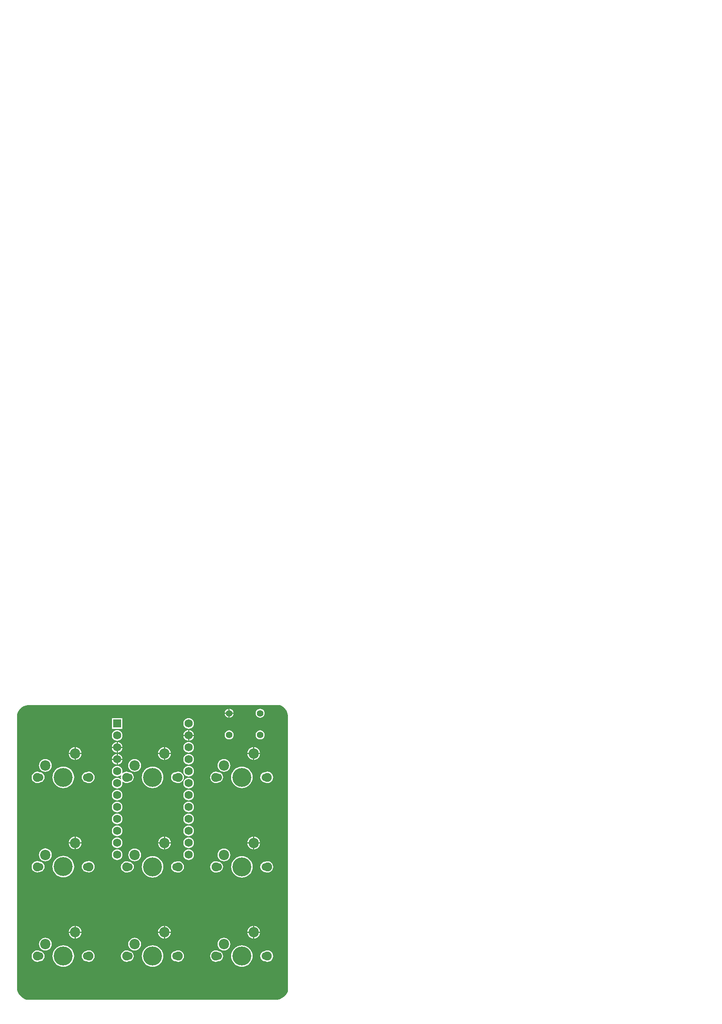
<source format=gbr>
%TF.GenerationSoftware,Altium Limited,Altium Designer,20.1.12 (249)*%
G04 Layer_Physical_Order=1*
G04 Layer_Color=255*
%FSLAX26Y26*%
%MOIN*%
%TF.SameCoordinates,F1925889-B8ED-483B-8674-5474D18B1AF1*%
%TF.FilePolarity,Positive*%
%TF.FileFunction,Copper,L1,Top,Signal*%
%TF.Part,Single*%
G01*
G75*
%TA.AperFunction,ComponentPad*%
%ADD10C,0.069016*%
%ADD11R,0.069016X0.069016*%
%ADD12C,0.159449*%
%ADD13C,0.086614*%
%ADD14C,0.074803*%
%ADD15C,0.066929*%
%ADD16C,0.055118*%
G36*
X2216175Y2477732D02*
X2228406Y2472666D01*
X2239414Y2465311D01*
X2254175Y2450549D01*
X2254175Y2450549D01*
X2261140Y2443585D01*
X2272083Y2427206D01*
X2279622Y2409007D01*
X2283465Y2389688D01*
Y2379838D01*
Y96737D01*
Y90117D01*
X2280882Y77132D01*
X2275815Y64901D01*
X2268460Y53893D01*
X2253699Y39132D01*
X2253699D01*
X2246734Y32167D01*
X2230356Y21224D01*
X2212157Y13685D01*
X2192837Y9842D01*
X90117D01*
X77132Y12425D01*
X64901Y17492D01*
X53893Y24847D01*
X30722Y48019D01*
X30722Y48019D01*
X30721Y48019D01*
X25757Y52983D01*
X17956Y64659D01*
X12582Y77632D01*
X9842Y91404D01*
Y98425D01*
Y2393421D01*
Y2400040D01*
X12425Y2413025D01*
X17492Y2425256D01*
X24847Y2436264D01*
X39608Y2451026D01*
X39608Y2451026D01*
Y2451026D01*
X46573Y2457990D01*
X62951Y2468934D01*
X81150Y2476472D01*
X100470Y2480315D01*
X2203190D01*
X2216175Y2477732D01*
D02*
G37*
G36*
X5782598Y8184882D02*
D01*
D02*
G37*
%LPC*%
G36*
X1793740Y2447619D02*
Y2415394D01*
X1825965D01*
X1825332Y2420199D01*
X1821548Y2429335D01*
X1815528Y2437181D01*
X1807682Y2443201D01*
X1798545Y2446986D01*
X1793740Y2447619D01*
D02*
G37*
G36*
X1783740Y2447619D02*
X1778935Y2446986D01*
X1769799Y2443201D01*
X1761953Y2437181D01*
X1755932Y2429335D01*
X1752148Y2420199D01*
X1751515Y2415394D01*
X1783740D01*
Y2447619D01*
D02*
G37*
G36*
X1825965Y2405394D02*
X1793740D01*
Y2373169D01*
X1798545Y2373801D01*
X1807682Y2377586D01*
X1815528Y2383606D01*
X1821548Y2391452D01*
X1825332Y2400589D01*
X1825965Y2405394D01*
D02*
G37*
G36*
X1783740D02*
X1751515D01*
X1752148Y2400589D01*
X1755932Y2391452D01*
X1761953Y2383606D01*
X1769799Y2377586D01*
X1778935Y2373801D01*
X1783740Y2373169D01*
Y2405394D01*
D02*
G37*
G36*
X2048583Y2448277D02*
X2038778Y2446986D01*
X2029641Y2443201D01*
X2021795Y2437181D01*
X2015775Y2429335D01*
X2011990Y2420199D01*
X2010700Y2410394D01*
X2011990Y2400589D01*
X2015775Y2391452D01*
X2021795Y2383606D01*
X2029641Y2377586D01*
X2038778Y2373801D01*
X2048583Y2372511D01*
X2058388Y2373801D01*
X2067524Y2377586D01*
X2075370Y2383606D01*
X2081390Y2391452D01*
X2085175Y2400589D01*
X2086466Y2410394D01*
X2085175Y2420199D01*
X2081390Y2429335D01*
X2075370Y2437181D01*
X2067524Y2443201D01*
X2058388Y2446986D01*
X2048583Y2448277D01*
D02*
G37*
G36*
X893362Y2368682D02*
X804346D01*
Y2279666D01*
X893362D01*
Y2368682D01*
D02*
G37*
G36*
X1448854Y2369066D02*
X1437235Y2367536D01*
X1426408Y2363051D01*
X1417111Y2355917D01*
X1409977Y2346620D01*
X1405492Y2335793D01*
X1403962Y2324174D01*
X1405492Y2312555D01*
X1409977Y2301728D01*
X1417111Y2292430D01*
X1426408Y2285296D01*
X1437235Y2280811D01*
X1448854Y2279282D01*
X1460473Y2280811D01*
X1471300Y2285296D01*
X1480598Y2292430D01*
X1487732Y2301728D01*
X1492216Y2312555D01*
X1493746Y2324174D01*
X1492216Y2335793D01*
X1487732Y2346620D01*
X1480598Y2355917D01*
X1471300Y2363051D01*
X1460473Y2367536D01*
X1448854Y2369066D01*
D02*
G37*
G36*
X1453854Y2268407D02*
Y2229174D01*
X1493088D01*
X1492216Y2235793D01*
X1487732Y2246620D01*
X1480598Y2255917D01*
X1471300Y2263051D01*
X1460473Y2267536D01*
X1453854Y2268407D01*
D02*
G37*
G36*
X1443854D02*
X1437235Y2267536D01*
X1426408Y2263051D01*
X1417111Y2255917D01*
X1409977Y2246620D01*
X1405492Y2235793D01*
X1404621Y2229174D01*
X1443854D01*
Y2268407D01*
D02*
G37*
G36*
X2048583Y2267174D02*
X2038778Y2265884D01*
X2029641Y2262099D01*
X2021795Y2256079D01*
X2015775Y2248233D01*
X2011990Y2239096D01*
X2010700Y2229291D01*
X2011990Y2219486D01*
X2015775Y2210350D01*
X2021795Y2202504D01*
X2029641Y2196484D01*
X2038778Y2192699D01*
X2048583Y2191408D01*
X2058388Y2192699D01*
X2067524Y2196484D01*
X2075370Y2202504D01*
X2081390Y2210350D01*
X2085175Y2219486D01*
X2086466Y2229291D01*
X2085175Y2239096D01*
X2081390Y2248233D01*
X2075370Y2256079D01*
X2067524Y2262099D01*
X2058388Y2265884D01*
X2048583Y2267174D01*
D02*
G37*
G36*
X1788740D02*
X1778935Y2265884D01*
X1769799Y2262099D01*
X1761953Y2256079D01*
X1755932Y2248233D01*
X1752148Y2239096D01*
X1750857Y2229291D01*
X1752148Y2219486D01*
X1755932Y2210350D01*
X1761953Y2202504D01*
X1769799Y2196484D01*
X1778935Y2192699D01*
X1788740Y2191408D01*
X1798545Y2192699D01*
X1807682Y2196484D01*
X1815528Y2202504D01*
X1821548Y2210350D01*
X1825332Y2219486D01*
X1826623Y2229291D01*
X1825332Y2239096D01*
X1821548Y2248233D01*
X1815528Y2256079D01*
X1807682Y2262099D01*
X1798545Y2265884D01*
X1788740Y2267174D01*
D02*
G37*
G36*
X1493088Y2219174D02*
X1453854D01*
Y2179940D01*
X1460473Y2180811D01*
X1471300Y2185296D01*
X1480598Y2192430D01*
X1487732Y2201728D01*
X1492216Y2212555D01*
X1493088Y2219174D01*
D02*
G37*
G36*
X1443854D02*
X1404621D01*
X1405492Y2212555D01*
X1409977Y2201728D01*
X1417111Y2192430D01*
X1426408Y2185296D01*
X1437235Y2180811D01*
X1443854Y2179940D01*
Y2219174D01*
D02*
G37*
G36*
X848854Y2269066D02*
X837235Y2267536D01*
X826408Y2263051D01*
X817111Y2255917D01*
X809977Y2246620D01*
X805492Y2235793D01*
X803962Y2224174D01*
X805492Y2212555D01*
X809977Y2201728D01*
X817111Y2192430D01*
X826408Y2185296D01*
X837235Y2180811D01*
X848854Y2179282D01*
X860473Y2180811D01*
X871300Y2185296D01*
X880598Y2192430D01*
X887732Y2201728D01*
X892216Y2212555D01*
X893746Y2224174D01*
X892216Y2235793D01*
X887732Y2246620D01*
X880598Y2255917D01*
X871300Y2263051D01*
X860473Y2267536D01*
X848854Y2269066D01*
D02*
G37*
G36*
X853854Y2168407D02*
Y2129174D01*
X893088D01*
X892216Y2135793D01*
X887732Y2146620D01*
X880598Y2155917D01*
X871300Y2163051D01*
X860473Y2167536D01*
X853854Y2168407D01*
D02*
G37*
G36*
X843854D02*
X837235Y2167536D01*
X826408Y2163051D01*
X817111Y2155917D01*
X809977Y2146620D01*
X805492Y2135793D01*
X804621Y2129174D01*
X843854D01*
Y2168407D01*
D02*
G37*
G36*
X893088Y2119174D02*
X853854D01*
Y2079940D01*
X860473Y2080811D01*
X871300Y2085296D01*
X880598Y2092430D01*
X887732Y2101728D01*
X892216Y2112555D01*
X893088Y2119174D01*
D02*
G37*
G36*
X843854D02*
X804621D01*
X805492Y2112555D01*
X809977Y2101728D01*
X817111Y2092430D01*
X826408Y2085296D01*
X837235Y2080811D01*
X843854Y2079940D01*
Y2119174D01*
D02*
G37*
G36*
X1448854Y2169066D02*
X1437235Y2167536D01*
X1426408Y2163051D01*
X1417111Y2155917D01*
X1409977Y2146620D01*
X1405492Y2135793D01*
X1403962Y2124174D01*
X1405492Y2112555D01*
X1409977Y2101728D01*
X1417111Y2092430D01*
X1426408Y2085296D01*
X1437235Y2080811D01*
X1448854Y2079282D01*
X1460473Y2080811D01*
X1471300Y2085296D01*
X1480598Y2092430D01*
X1487732Y2101728D01*
X1492216Y2112555D01*
X1493746Y2124174D01*
X1492216Y2135793D01*
X1487732Y2146620D01*
X1480598Y2155917D01*
X1471300Y2163051D01*
X1460473Y2167536D01*
X1448854Y2169066D01*
D02*
G37*
G36*
X1999882Y2125943D02*
Y2077835D01*
X2047991D01*
X2046817Y2086751D01*
X2041446Y2099718D01*
X2032901Y2110854D01*
X2021765Y2119398D01*
X2008798Y2124770D01*
X1999882Y2125943D01*
D02*
G37*
G36*
X1989882D02*
X1980966Y2124770D01*
X1967998Y2119398D01*
X1956863Y2110854D01*
X1948318Y2099718D01*
X1942947Y2086751D01*
X1941773Y2077835D01*
X1989882D01*
Y2125943D01*
D02*
G37*
G36*
X1250669D02*
Y2077835D01*
X1298778D01*
X1297604Y2086751D01*
X1292233Y2099718D01*
X1283688Y2110854D01*
X1272553Y2119398D01*
X1259585Y2124770D01*
X1250669Y2125943D01*
D02*
G37*
G36*
X1240669D02*
X1231753Y2124770D01*
X1218786Y2119398D01*
X1207650Y2110854D01*
X1199106Y2099718D01*
X1193734Y2086751D01*
X1192561Y2077835D01*
X1240669D01*
Y2125943D01*
D02*
G37*
G36*
X501457D02*
Y2077835D01*
X549565D01*
X548392Y2086751D01*
X543020Y2099718D01*
X534476Y2110854D01*
X523340Y2119398D01*
X510373Y2124770D01*
X501457Y2125943D01*
D02*
G37*
G36*
X491457D02*
X482541Y2124770D01*
X469573Y2119398D01*
X458438Y2110854D01*
X449893Y2099718D01*
X444522Y2086751D01*
X443348Y2077835D01*
X491457D01*
Y2125943D01*
D02*
G37*
G36*
X853854Y2068407D02*
Y2029174D01*
X893088D01*
X892216Y2035793D01*
X887732Y2046620D01*
X880598Y2055917D01*
X871300Y2063051D01*
X860473Y2067536D01*
X853854Y2068407D01*
D02*
G37*
G36*
X843854D02*
X837235Y2067536D01*
X826408Y2063051D01*
X817111Y2055917D01*
X809977Y2046620D01*
X805492Y2035793D01*
X804621Y2029174D01*
X843854D01*
Y2068407D01*
D02*
G37*
G36*
X2047991Y2067835D02*
X1999882D01*
Y2019726D01*
X2008798Y2020900D01*
X2021765Y2026271D01*
X2032901Y2034815D01*
X2041446Y2045951D01*
X2046817Y2058919D01*
X2047991Y2067835D01*
D02*
G37*
G36*
X1989882D02*
X1941773D01*
X1942947Y2058919D01*
X1948318Y2045951D01*
X1956863Y2034815D01*
X1967998Y2026271D01*
X1980966Y2020900D01*
X1989882Y2019726D01*
Y2067835D01*
D02*
G37*
G36*
X549565D02*
X501457D01*
Y2019726D01*
X510373Y2020900D01*
X523340Y2026271D01*
X534476Y2034815D01*
X543020Y2045951D01*
X548392Y2058919D01*
X549565Y2067835D01*
D02*
G37*
G36*
X491457D02*
X443348D01*
X444522Y2058919D01*
X449893Y2045951D01*
X458438Y2034815D01*
X469573Y2026271D01*
X482541Y2020900D01*
X491457Y2019726D01*
Y2067835D01*
D02*
G37*
G36*
X1298778D02*
X1250669D01*
Y2019726D01*
X1259585Y2020900D01*
X1272553Y2026271D01*
X1283688Y2034815D01*
X1292233Y2045951D01*
X1297604Y2058919D01*
X1298778Y2067835D01*
D02*
G37*
G36*
X1240669D02*
X1192561D01*
X1193734Y2058919D01*
X1199106Y2045951D01*
X1207650Y2034815D01*
X1218786Y2026271D01*
X1231753Y2020900D01*
X1240669Y2019726D01*
Y2067835D01*
D02*
G37*
G36*
X893088Y2019174D02*
X853854D01*
Y1979940D01*
X860473Y1980812D01*
X871300Y1985296D01*
X880598Y1992430D01*
X887732Y2001728D01*
X892216Y2012555D01*
X893088Y2019174D01*
D02*
G37*
G36*
X843854D02*
X804621D01*
X805492Y2012555D01*
X809977Y2001728D01*
X817111Y1992430D01*
X826408Y1985296D01*
X837235Y1980812D01*
X843854Y1979940D01*
Y2019174D01*
D02*
G37*
G36*
X1448854Y2069066D02*
X1437235Y2067536D01*
X1426408Y2063051D01*
X1417111Y2055917D01*
X1409977Y2046620D01*
X1405492Y2035793D01*
X1403962Y2024174D01*
X1405492Y2012555D01*
X1409977Y2001728D01*
X1417111Y1992430D01*
X1426408Y1985296D01*
X1437235Y1980812D01*
X1448854Y1979282D01*
X1460473Y1980812D01*
X1471300Y1985296D01*
X1480598Y1992430D01*
X1487732Y2001728D01*
X1492216Y2012555D01*
X1493746Y2024174D01*
X1492216Y2035793D01*
X1487732Y2046620D01*
X1480598Y2055917D01*
X1471300Y2063051D01*
X1460473Y2067536D01*
X1448854Y2069066D01*
D02*
G37*
G36*
X1744882Y2026602D02*
X1730966Y2024770D01*
X1717998Y2019398D01*
X1706863Y2010854D01*
X1698318Y1999718D01*
X1692947Y1986751D01*
X1691115Y1972835D01*
X1692947Y1958919D01*
X1698318Y1945951D01*
X1706863Y1934815D01*
X1717998Y1926271D01*
X1730966Y1920900D01*
X1744882Y1919068D01*
X1758798Y1920900D01*
X1771765Y1926271D01*
X1782901Y1934815D01*
X1791446Y1945951D01*
X1796817Y1958919D01*
X1798649Y1972835D01*
X1796817Y1986751D01*
X1791446Y1999718D01*
X1782901Y2010854D01*
X1771765Y2019398D01*
X1758798Y2024770D01*
X1744882Y2026602D01*
D02*
G37*
G36*
X995669D02*
X981753Y2024770D01*
X968786Y2019398D01*
X957650Y2010854D01*
X949106Y1999718D01*
X943734Y1986751D01*
X941902Y1972835D01*
X943734Y1958919D01*
X949106Y1945951D01*
X957650Y1934815D01*
X968786Y1926271D01*
X981753Y1920900D01*
X995669Y1919068D01*
X1009585Y1920900D01*
X1022553Y1926271D01*
X1033688Y1934815D01*
X1042233Y1945951D01*
X1047604Y1958919D01*
X1049436Y1972835D01*
X1047604Y1986751D01*
X1042233Y1999718D01*
X1033688Y2010854D01*
X1022553Y2019398D01*
X1009585Y2024770D01*
X995669Y2026602D01*
D02*
G37*
G36*
X246457D02*
X232541Y2024770D01*
X219573Y2019398D01*
X208438Y2010854D01*
X199893Y1999718D01*
X194522Y1986751D01*
X192690Y1972835D01*
X194522Y1958919D01*
X199893Y1945951D01*
X208438Y1934815D01*
X219573Y1926271D01*
X232541Y1920900D01*
X246457Y1919068D01*
X260373Y1920900D01*
X273340Y1926271D01*
X284476Y1934815D01*
X293020Y1945951D01*
X298392Y1958919D01*
X300224Y1972835D01*
X298392Y1986751D01*
X293020Y1999718D01*
X284476Y2010854D01*
X273340Y2019398D01*
X260373Y2024770D01*
X246457Y2026602D01*
D02*
G37*
G36*
X1448854Y1969066D02*
X1437235Y1967536D01*
X1426408Y1963051D01*
X1417111Y1955917D01*
X1409977Y1946620D01*
X1405492Y1935793D01*
X1403962Y1924174D01*
X1405492Y1912555D01*
X1409977Y1901728D01*
X1417111Y1892430D01*
X1426408Y1885296D01*
X1437235Y1880812D01*
X1448854Y1879282D01*
X1460473Y1880812D01*
X1471300Y1885296D01*
X1480598Y1892430D01*
X1487732Y1901728D01*
X1492216Y1912555D01*
X1493746Y1924174D01*
X1492216Y1935793D01*
X1487732Y1946620D01*
X1480598Y1955917D01*
X1471300Y1963051D01*
X1460473Y1967536D01*
X1448854Y1969066D01*
D02*
G37*
G36*
X848854D02*
X837235Y1967536D01*
X826408Y1963051D01*
X817111Y1955917D01*
X809977Y1946620D01*
X805492Y1935793D01*
X803962Y1924174D01*
X805492Y1912555D01*
X809977Y1901728D01*
X817111Y1892430D01*
X826408Y1885296D01*
X837235Y1880812D01*
X848854Y1879282D01*
X860473Y1880812D01*
X871300Y1885296D01*
X878481Y1890806D01*
X882588Y1887655D01*
X881574Y1885209D01*
X879945Y1872835D01*
X881427Y1861583D01*
X878823Y1859419D01*
X876955Y1858712D01*
X871300Y1863051D01*
X860473Y1867536D01*
X848854Y1869066D01*
X837235Y1867536D01*
X826408Y1863051D01*
X817111Y1855917D01*
X809977Y1846620D01*
X805492Y1835793D01*
X803962Y1824174D01*
X805492Y1812555D01*
X809977Y1801728D01*
X817111Y1792430D01*
X826408Y1785296D01*
X837235Y1780812D01*
X848854Y1779282D01*
X860473Y1780812D01*
X871300Y1785296D01*
X880598Y1792430D01*
X887732Y1801728D01*
X892216Y1812555D01*
X893746Y1824174D01*
X892471Y1833859D01*
X897062Y1836639D01*
X903851Y1831429D01*
X915382Y1826653D01*
X927756Y1825024D01*
X940130Y1826653D01*
X946296Y1829207D01*
X956032Y1830489D01*
X966605Y1834868D01*
X975684Y1841835D01*
X982651Y1850915D01*
X987031Y1861488D01*
X988525Y1872835D01*
X987031Y1884181D01*
X982651Y1894754D01*
X975684Y1903834D01*
X966605Y1910801D01*
X956032Y1915180D01*
X946296Y1916462D01*
X940130Y1919016D01*
X927756Y1920645D01*
X915382Y1919016D01*
X903851Y1914240D01*
X895753Y1908026D01*
X891646Y1911177D01*
X892216Y1912555D01*
X893746Y1924174D01*
X892216Y1935793D01*
X887732Y1946620D01*
X880598Y1955917D01*
X871300Y1963051D01*
X860473Y1967536D01*
X848854Y1969066D01*
D02*
G37*
G36*
X2110433Y1920645D02*
X2098059Y1919016D01*
X2091710Y1916386D01*
X2082551Y1915180D01*
X2071978Y1910801D01*
X2062898Y1903834D01*
X2055931Y1894754D01*
X2051552Y1884181D01*
X2050058Y1872835D01*
X2051552Y1861488D01*
X2055931Y1850915D01*
X2062898Y1841835D01*
X2071978Y1834868D01*
X2082551Y1830489D01*
X2091710Y1829283D01*
X2098059Y1826653D01*
X2110433Y1825024D01*
X2122807Y1826653D01*
X2134338Y1831429D01*
X2144240Y1839027D01*
X2151838Y1848929D01*
X2156614Y1860460D01*
X2158244Y1872835D01*
X2156614Y1885209D01*
X2151838Y1896740D01*
X2144240Y1906642D01*
X2134338Y1914240D01*
X2122807Y1919016D01*
X2110433Y1920645D01*
D02*
G37*
G36*
X1676968D02*
X1664594Y1919016D01*
X1653063Y1914240D01*
X1643161Y1906642D01*
X1635563Y1896740D01*
X1630787Y1885209D01*
X1629158Y1872835D01*
X1630787Y1860460D01*
X1635563Y1848929D01*
X1643161Y1839027D01*
X1653063Y1831429D01*
X1664594Y1826653D01*
X1676968Y1825024D01*
X1689343Y1826653D01*
X1695508Y1829207D01*
X1705244Y1830489D01*
X1715817Y1834868D01*
X1724897Y1841835D01*
X1731864Y1850915D01*
X1736243Y1861488D01*
X1737737Y1872835D01*
X1736243Y1884181D01*
X1731864Y1894754D01*
X1724897Y1903834D01*
X1715817Y1910801D01*
X1705244Y1915180D01*
X1695508Y1916462D01*
X1689343Y1919016D01*
X1676968Y1920645D01*
D02*
G37*
G36*
X1361220D02*
X1348846Y1919016D01*
X1342497Y1916386D01*
X1333339Y1915180D01*
X1322765Y1910801D01*
X1313686Y1903834D01*
X1306719Y1894754D01*
X1302339Y1884181D01*
X1300845Y1872835D01*
X1302339Y1861488D01*
X1306719Y1850915D01*
X1313686Y1841835D01*
X1322765Y1834868D01*
X1333339Y1830489D01*
X1342497Y1829283D01*
X1348846Y1826653D01*
X1361220Y1825024D01*
X1373595Y1826653D01*
X1385126Y1831429D01*
X1395028Y1839027D01*
X1402626Y1848929D01*
X1407402Y1860460D01*
X1409031Y1872835D01*
X1407402Y1885209D01*
X1402626Y1896740D01*
X1395028Y1906642D01*
X1385126Y1914240D01*
X1373595Y1919016D01*
X1361220Y1920645D01*
D02*
G37*
G36*
X612008D02*
X599634Y1919016D01*
X593285Y1916386D01*
X584126Y1915180D01*
X573553Y1910801D01*
X564473Y1903834D01*
X557506Y1894754D01*
X553126Y1884181D01*
X551633Y1872835D01*
X553126Y1861488D01*
X557506Y1850915D01*
X564473Y1841835D01*
X573553Y1834868D01*
X584126Y1830489D01*
X593285Y1829283D01*
X599634Y1826653D01*
X612008Y1825024D01*
X624382Y1826653D01*
X635913Y1831429D01*
X645815Y1839027D01*
X653413Y1848929D01*
X658189Y1860460D01*
X659818Y1872835D01*
X658189Y1885209D01*
X653413Y1896740D01*
X645815Y1906642D01*
X635913Y1914240D01*
X624382Y1919016D01*
X612008Y1920645D01*
D02*
G37*
G36*
X178543D02*
X166169Y1919016D01*
X154638Y1914240D01*
X144736Y1906642D01*
X137138Y1896740D01*
X132362Y1885209D01*
X130733Y1872835D01*
X132362Y1860460D01*
X137138Y1848929D01*
X144736Y1839027D01*
X154638Y1831429D01*
X166169Y1826653D01*
X178543Y1825024D01*
X190917Y1826653D01*
X197083Y1829207D01*
X206819Y1830489D01*
X217392Y1834868D01*
X226472Y1841835D01*
X233439Y1850915D01*
X237818Y1861488D01*
X239312Y1872835D01*
X237818Y1884181D01*
X233439Y1894754D01*
X226472Y1903834D01*
X217392Y1910801D01*
X206819Y1915180D01*
X197083Y1916462D01*
X190917Y1919016D01*
X178543Y1920645D01*
D02*
G37*
G36*
X1895472Y1963584D02*
X1877883Y1961851D01*
X1860970Y1956721D01*
X1845383Y1948389D01*
X1831721Y1937177D01*
X1820508Y1923515D01*
X1812177Y1907927D01*
X1807046Y1891014D01*
X1805314Y1873425D01*
X1807046Y1855836D01*
X1812177Y1838923D01*
X1820508Y1823336D01*
X1831721Y1809674D01*
X1845383Y1798461D01*
X1860970Y1790130D01*
X1877883Y1784999D01*
X1895472Y1783267D01*
X1913062Y1784999D01*
X1929975Y1790130D01*
X1945562Y1798461D01*
X1959224Y1809674D01*
X1970437Y1823336D01*
X1978768Y1838923D01*
X1983899Y1855836D01*
X1985631Y1873425D01*
X1983899Y1891014D01*
X1978768Y1907927D01*
X1970437Y1923515D01*
X1959224Y1937177D01*
X1945562Y1948389D01*
X1929975Y1956721D01*
X1913062Y1961851D01*
X1895472Y1963584D01*
D02*
G37*
G36*
X1146260D02*
X1128671Y1961851D01*
X1111758Y1956721D01*
X1096170Y1948389D01*
X1082508Y1937177D01*
X1071296Y1923515D01*
X1062964Y1907927D01*
X1057834Y1891014D01*
X1056101Y1873425D01*
X1057834Y1855836D01*
X1062964Y1838923D01*
X1071296Y1823336D01*
X1082508Y1809674D01*
X1096170Y1798461D01*
X1111758Y1790130D01*
X1128671Y1784999D01*
X1146260Y1783267D01*
X1163849Y1784999D01*
X1180762Y1790130D01*
X1196349Y1798461D01*
X1210012Y1809674D01*
X1221224Y1823336D01*
X1229555Y1838923D01*
X1234686Y1855836D01*
X1236418Y1873425D01*
X1234686Y1891014D01*
X1229555Y1907927D01*
X1221224Y1923515D01*
X1210012Y1937177D01*
X1196349Y1948389D01*
X1180762Y1956721D01*
X1163849Y1961851D01*
X1146260Y1963584D01*
D02*
G37*
G36*
X397047D02*
X379458Y1961851D01*
X362545Y1956721D01*
X346958Y1948389D01*
X333296Y1937177D01*
X322083Y1923515D01*
X313752Y1907927D01*
X308621Y1891014D01*
X306889Y1873425D01*
X308621Y1855836D01*
X313752Y1838923D01*
X322083Y1823336D01*
X333296Y1809674D01*
X346958Y1798461D01*
X362545Y1790130D01*
X379458Y1784999D01*
X397047Y1783267D01*
X414636Y1784999D01*
X431549Y1790130D01*
X447137Y1798461D01*
X460799Y1809674D01*
X472011Y1823336D01*
X480343Y1838923D01*
X485473Y1855836D01*
X487206Y1873425D01*
X485473Y1891014D01*
X480343Y1907927D01*
X472011Y1923515D01*
X460799Y1937177D01*
X447137Y1948389D01*
X431549Y1956721D01*
X414636Y1961851D01*
X397047Y1963584D01*
D02*
G37*
G36*
X1448854Y1869066D02*
X1437235Y1867536D01*
X1426408Y1863051D01*
X1417111Y1855917D01*
X1409977Y1846620D01*
X1405492Y1835793D01*
X1403962Y1824174D01*
X1405492Y1812555D01*
X1409977Y1801728D01*
X1417111Y1792430D01*
X1426408Y1785296D01*
X1437235Y1780812D01*
X1448854Y1779282D01*
X1460473Y1780812D01*
X1471300Y1785296D01*
X1480598Y1792430D01*
X1487732Y1801728D01*
X1492216Y1812555D01*
X1493746Y1824174D01*
X1492216Y1835793D01*
X1487732Y1846620D01*
X1480598Y1855917D01*
X1471300Y1863051D01*
X1460473Y1867536D01*
X1448854Y1869066D01*
D02*
G37*
G36*
Y1769066D02*
X1437235Y1767536D01*
X1426408Y1763051D01*
X1417111Y1755917D01*
X1409977Y1746620D01*
X1405492Y1735793D01*
X1403962Y1724174D01*
X1405492Y1712555D01*
X1409977Y1701728D01*
X1417111Y1692430D01*
X1426408Y1685296D01*
X1437235Y1680812D01*
X1448854Y1679282D01*
X1460473Y1680812D01*
X1471300Y1685296D01*
X1480598Y1692430D01*
X1487732Y1701728D01*
X1492216Y1712555D01*
X1493746Y1724174D01*
X1492216Y1735793D01*
X1487732Y1746620D01*
X1480598Y1755917D01*
X1471300Y1763051D01*
X1460473Y1767536D01*
X1448854Y1769066D01*
D02*
G37*
G36*
X848854D02*
X837235Y1767536D01*
X826408Y1763051D01*
X817111Y1755917D01*
X809977Y1746620D01*
X805492Y1735793D01*
X803962Y1724174D01*
X805492Y1712555D01*
X809977Y1701728D01*
X817111Y1692430D01*
X826408Y1685296D01*
X837235Y1680812D01*
X848854Y1679282D01*
X860473Y1680812D01*
X871300Y1685296D01*
X880598Y1692430D01*
X887732Y1701728D01*
X892216Y1712555D01*
X893746Y1724174D01*
X892216Y1735793D01*
X887732Y1746620D01*
X880598Y1755917D01*
X871300Y1763051D01*
X860473Y1767536D01*
X848854Y1769066D01*
D02*
G37*
G36*
X1448854Y1669066D02*
X1437235Y1667536D01*
X1426408Y1663051D01*
X1417111Y1655917D01*
X1409977Y1646620D01*
X1405492Y1635793D01*
X1403962Y1624174D01*
X1405492Y1612555D01*
X1409977Y1601728D01*
X1417111Y1592430D01*
X1426408Y1585296D01*
X1437235Y1580812D01*
X1448854Y1579282D01*
X1460473Y1580812D01*
X1471300Y1585296D01*
X1480598Y1592430D01*
X1487732Y1601728D01*
X1492216Y1612555D01*
X1493746Y1624174D01*
X1492216Y1635793D01*
X1487732Y1646620D01*
X1480598Y1655917D01*
X1471300Y1663051D01*
X1460473Y1667536D01*
X1448854Y1669066D01*
D02*
G37*
G36*
X848854D02*
X837235Y1667536D01*
X826408Y1663051D01*
X817111Y1655917D01*
X809977Y1646620D01*
X805492Y1635793D01*
X803962Y1624174D01*
X805492Y1612555D01*
X809977Y1601728D01*
X817111Y1592430D01*
X826408Y1585296D01*
X837235Y1580812D01*
X848854Y1579282D01*
X860473Y1580812D01*
X871300Y1585296D01*
X880598Y1592430D01*
X887732Y1601728D01*
X892216Y1612555D01*
X893746Y1624174D01*
X892216Y1635793D01*
X887732Y1646620D01*
X880598Y1655917D01*
X871300Y1663051D01*
X860473Y1667536D01*
X848854Y1669066D01*
D02*
G37*
G36*
X1448854Y1569066D02*
X1437235Y1567536D01*
X1426408Y1563051D01*
X1417111Y1555917D01*
X1409977Y1546620D01*
X1405492Y1535793D01*
X1403962Y1524174D01*
X1405492Y1512555D01*
X1409977Y1501728D01*
X1417111Y1492430D01*
X1426408Y1485296D01*
X1437235Y1480812D01*
X1448854Y1479282D01*
X1460473Y1480812D01*
X1471300Y1485296D01*
X1480598Y1492430D01*
X1487732Y1501728D01*
X1492216Y1512555D01*
X1493746Y1524174D01*
X1492216Y1535793D01*
X1487732Y1546620D01*
X1480598Y1555917D01*
X1471300Y1563051D01*
X1460473Y1567536D01*
X1448854Y1569066D01*
D02*
G37*
G36*
X848854D02*
X837235Y1567536D01*
X826408Y1563051D01*
X817111Y1555917D01*
X809977Y1546620D01*
X805492Y1535793D01*
X803962Y1524174D01*
X805492Y1512555D01*
X809977Y1501728D01*
X817111Y1492430D01*
X826408Y1485296D01*
X837235Y1480812D01*
X848854Y1479282D01*
X860473Y1480812D01*
X871300Y1485296D01*
X880598Y1492430D01*
X887732Y1501728D01*
X892216Y1512555D01*
X893746Y1524174D01*
X892216Y1535793D01*
X887732Y1546620D01*
X880598Y1555917D01*
X871300Y1563051D01*
X860473Y1567536D01*
X848854Y1569066D01*
D02*
G37*
G36*
X1448854Y1469066D02*
X1437235Y1467536D01*
X1426408Y1463051D01*
X1417111Y1455917D01*
X1409977Y1446620D01*
X1405492Y1435793D01*
X1403962Y1424174D01*
X1405492Y1412555D01*
X1409977Y1401728D01*
X1417111Y1392430D01*
X1426408Y1385296D01*
X1437235Y1380812D01*
X1448854Y1379282D01*
X1460473Y1380812D01*
X1471300Y1385296D01*
X1480598Y1392430D01*
X1487732Y1401728D01*
X1492216Y1412555D01*
X1493746Y1424174D01*
X1492216Y1435793D01*
X1487732Y1446620D01*
X1480598Y1455917D01*
X1471300Y1463051D01*
X1460473Y1467536D01*
X1448854Y1469066D01*
D02*
G37*
G36*
X848854D02*
X837235Y1467536D01*
X826408Y1463051D01*
X817111Y1455917D01*
X809977Y1446620D01*
X805492Y1435793D01*
X803962Y1424174D01*
X805492Y1412555D01*
X809977Y1401728D01*
X817111Y1392430D01*
X826408Y1385296D01*
X837235Y1380812D01*
X848854Y1379282D01*
X860473Y1380812D01*
X871300Y1385296D01*
X880598Y1392430D01*
X887732Y1401728D01*
X892216Y1412555D01*
X893746Y1424174D01*
X892216Y1435793D01*
X887732Y1446620D01*
X880598Y1455917D01*
X871300Y1463051D01*
X860473Y1467536D01*
X848854Y1469066D01*
D02*
G37*
G36*
X501457Y1376731D02*
Y1328622D01*
X549565D01*
X548392Y1337538D01*
X543020Y1350506D01*
X534476Y1361641D01*
X523340Y1370186D01*
X510373Y1375557D01*
X501457Y1376731D01*
D02*
G37*
G36*
X491457D02*
X482541Y1375557D01*
X469573Y1370186D01*
X458438Y1361641D01*
X449893Y1350506D01*
X444522Y1337538D01*
X443348Y1328622D01*
X491457D01*
Y1376731D01*
D02*
G37*
G36*
X2000118Y1375707D02*
Y1327598D01*
X2048227D01*
X2047053Y1336514D01*
X2041682Y1349482D01*
X2033137Y1360618D01*
X2022002Y1369162D01*
X2009034Y1374533D01*
X2000118Y1375707D01*
D02*
G37*
G36*
X1990118D02*
X1981202Y1374533D01*
X1968235Y1369162D01*
X1957099Y1360618D01*
X1948554Y1349482D01*
X1943183Y1336514D01*
X1942009Y1327598D01*
X1990118D01*
Y1375707D01*
D02*
G37*
G36*
X1250906D02*
Y1327598D01*
X1299014D01*
X1297841Y1336514D01*
X1292469Y1349482D01*
X1283925Y1360618D01*
X1272789Y1369162D01*
X1259821Y1374533D01*
X1250906Y1375707D01*
D02*
G37*
G36*
X1240906D02*
X1231990Y1374533D01*
X1219022Y1369162D01*
X1207886Y1360618D01*
X1199342Y1349482D01*
X1193970Y1336514D01*
X1192797Y1327598D01*
X1240906D01*
Y1375707D01*
D02*
G37*
G36*
X1448854Y1369066D02*
X1437235Y1367536D01*
X1426408Y1363051D01*
X1417111Y1355917D01*
X1409977Y1346620D01*
X1405492Y1335793D01*
X1403962Y1324174D01*
X1405492Y1312555D01*
X1409977Y1301728D01*
X1417111Y1292430D01*
X1426408Y1285296D01*
X1437235Y1280812D01*
X1448854Y1279282D01*
X1460473Y1280812D01*
X1471300Y1285296D01*
X1480598Y1292430D01*
X1487732Y1301728D01*
X1492216Y1312555D01*
X1493746Y1324174D01*
X1492216Y1335793D01*
X1487732Y1346620D01*
X1480598Y1355917D01*
X1471300Y1363051D01*
X1460473Y1367536D01*
X1448854Y1369066D01*
D02*
G37*
G36*
X848854D02*
X837235Y1367536D01*
X826408Y1363051D01*
X817111Y1355917D01*
X809977Y1346620D01*
X805492Y1335793D01*
X803962Y1324174D01*
X805492Y1312555D01*
X809977Y1301728D01*
X817111Y1292430D01*
X826408Y1285296D01*
X837235Y1280812D01*
X848854Y1279282D01*
X860473Y1280812D01*
X871300Y1285296D01*
X880598Y1292430D01*
X887732Y1301728D01*
X892216Y1312555D01*
X893746Y1324174D01*
X892216Y1335793D01*
X887732Y1346620D01*
X880598Y1355917D01*
X871300Y1363051D01*
X860473Y1367536D01*
X848854Y1369066D01*
D02*
G37*
G36*
X549565Y1318622D02*
X501457D01*
Y1270513D01*
X510373Y1271687D01*
X523340Y1277058D01*
X534476Y1285603D01*
X543020Y1296738D01*
X548392Y1309706D01*
X549565Y1318622D01*
D02*
G37*
G36*
X491457D02*
X443348D01*
X444522Y1309706D01*
X449893Y1296738D01*
X458438Y1285603D01*
X469573Y1277058D01*
X482541Y1271687D01*
X491457Y1270513D01*
Y1318622D01*
D02*
G37*
G36*
X2048227Y1317598D02*
X2000118D01*
Y1269490D01*
X2009034Y1270663D01*
X2022002Y1276035D01*
X2033137Y1284579D01*
X2041682Y1295715D01*
X2047053Y1308682D01*
X2048227Y1317598D01*
D02*
G37*
G36*
X1990118D02*
X1942009D01*
X1943183Y1308682D01*
X1948554Y1295715D01*
X1957099Y1284579D01*
X1968235Y1276035D01*
X1981202Y1270663D01*
X1990118Y1269490D01*
Y1317598D01*
D02*
G37*
G36*
X1299014D02*
X1250906D01*
Y1269490D01*
X1259821Y1270663D01*
X1272789Y1276035D01*
X1283925Y1284579D01*
X1292469Y1295715D01*
X1297841Y1308682D01*
X1299014Y1317598D01*
D02*
G37*
G36*
X1240906D02*
X1192797D01*
X1193970Y1308682D01*
X1199342Y1295715D01*
X1207886Y1284579D01*
X1219022Y1276035D01*
X1231990Y1270663D01*
X1240906Y1269490D01*
Y1317598D01*
D02*
G37*
G36*
X1448854Y1269066D02*
X1437235Y1267536D01*
X1426408Y1263051D01*
X1417111Y1255917D01*
X1409977Y1246620D01*
X1405492Y1235793D01*
X1403962Y1224174D01*
X1405492Y1212555D01*
X1409977Y1201728D01*
X1417111Y1192430D01*
X1426408Y1185296D01*
X1437235Y1180812D01*
X1448854Y1179282D01*
X1460473Y1180812D01*
X1471300Y1185296D01*
X1480598Y1192430D01*
X1487732Y1201728D01*
X1492216Y1212555D01*
X1493746Y1224174D01*
X1492216Y1235793D01*
X1487732Y1246620D01*
X1480598Y1255917D01*
X1471300Y1263051D01*
X1460473Y1267536D01*
X1448854Y1269066D01*
D02*
G37*
G36*
X848854D02*
X837235Y1267536D01*
X826408Y1263051D01*
X817111Y1255917D01*
X809977Y1246620D01*
X805492Y1235793D01*
X803962Y1224174D01*
X805492Y1212555D01*
X809977Y1201728D01*
X817111Y1192430D01*
X826408Y1185296D01*
X837235Y1180812D01*
X848854Y1179282D01*
X860473Y1180812D01*
X871300Y1185296D01*
X880598Y1192430D01*
X887732Y1201728D01*
X892216Y1212555D01*
X893746Y1224174D01*
X892216Y1235793D01*
X887732Y1246620D01*
X880598Y1255917D01*
X871300Y1263051D01*
X860473Y1267536D01*
X848854Y1269066D01*
D02*
G37*
G36*
X246457Y1277389D02*
X232541Y1275557D01*
X219573Y1270186D01*
X208438Y1261641D01*
X199893Y1250506D01*
X194522Y1237538D01*
X192690Y1223622D01*
X194522Y1209706D01*
X199893Y1196738D01*
X208438Y1185603D01*
X219573Y1177058D01*
X232541Y1171687D01*
X246457Y1169855D01*
X260373Y1171687D01*
X273340Y1177058D01*
X284476Y1185603D01*
X293020Y1196738D01*
X298392Y1209706D01*
X300224Y1223622D01*
X298392Y1237538D01*
X293020Y1250506D01*
X284476Y1261641D01*
X273340Y1270186D01*
X260373Y1275557D01*
X246457Y1277389D01*
D02*
G37*
G36*
X1745118Y1276366D02*
X1731202Y1274533D01*
X1718235Y1269162D01*
X1707099Y1260618D01*
X1698554Y1249482D01*
X1693183Y1236514D01*
X1691351Y1222598D01*
X1693183Y1208682D01*
X1698554Y1195715D01*
X1707099Y1184579D01*
X1718235Y1176035D01*
X1731202Y1170663D01*
X1745118Y1168831D01*
X1759034Y1170663D01*
X1772002Y1176035D01*
X1783137Y1184579D01*
X1791682Y1195715D01*
X1797053Y1208682D01*
X1798885Y1222598D01*
X1797053Y1236514D01*
X1791682Y1249482D01*
X1783137Y1260618D01*
X1772002Y1269162D01*
X1759034Y1274533D01*
X1745118Y1276366D01*
D02*
G37*
G36*
X995905D02*
X981990Y1274533D01*
X969022Y1269162D01*
X957886Y1260618D01*
X949342Y1249482D01*
X943971Y1236514D01*
X942138Y1222598D01*
X943971Y1208682D01*
X949342Y1195715D01*
X957886Y1184579D01*
X969022Y1176035D01*
X981990Y1170663D01*
X995905Y1168831D01*
X1009821Y1170663D01*
X1022789Y1176035D01*
X1033925Y1184579D01*
X1042469Y1195715D01*
X1047841Y1208682D01*
X1049673Y1222598D01*
X1047841Y1236514D01*
X1042469Y1249482D01*
X1033925Y1260618D01*
X1022789Y1269162D01*
X1009821Y1274533D01*
X995905Y1276366D01*
D02*
G37*
G36*
X612008Y1171432D02*
X599634Y1169803D01*
X593285Y1167174D01*
X584126Y1165968D01*
X573553Y1161588D01*
X564473Y1154621D01*
X557506Y1145542D01*
X553126Y1134968D01*
X551633Y1123622D01*
X553126Y1112275D01*
X557506Y1101702D01*
X564473Y1092623D01*
X573553Y1085656D01*
X584126Y1081276D01*
X593285Y1080070D01*
X599634Y1077441D01*
X612008Y1075812D01*
X624382Y1077441D01*
X635913Y1082217D01*
X645815Y1089815D01*
X653413Y1099717D01*
X658189Y1111248D01*
X659818Y1123622D01*
X658189Y1135996D01*
X653413Y1147527D01*
X645815Y1157429D01*
X635913Y1165027D01*
X624382Y1169803D01*
X612008Y1171432D01*
D02*
G37*
G36*
X178543D02*
X166169Y1169803D01*
X154638Y1165027D01*
X144736Y1157429D01*
X137138Y1147527D01*
X132362Y1135996D01*
X130733Y1123622D01*
X132362Y1111248D01*
X137138Y1099717D01*
X144736Y1089815D01*
X154638Y1082217D01*
X166169Y1077441D01*
X178543Y1075812D01*
X190917Y1077441D01*
X197083Y1079995D01*
X206819Y1081276D01*
X217392Y1085656D01*
X226472Y1092623D01*
X233439Y1101702D01*
X237818Y1112275D01*
X239312Y1123622D01*
X237818Y1134968D01*
X233439Y1145542D01*
X226472Y1154621D01*
X217392Y1161588D01*
X206819Y1165968D01*
X197083Y1167249D01*
X190917Y1169803D01*
X178543Y1171432D01*
D02*
G37*
G36*
X2110669Y1170409D02*
X2098295Y1168780D01*
X2091946Y1166150D01*
X2082787Y1164944D01*
X2072214Y1160565D01*
X2063135Y1153598D01*
X2056168Y1144518D01*
X2051788Y1133945D01*
X2050294Y1122598D01*
X2051788Y1111252D01*
X2056168Y1100679D01*
X2063135Y1091599D01*
X2072214Y1084632D01*
X2082787Y1080253D01*
X2091946Y1079047D01*
X2098295Y1076417D01*
X2110669Y1074788D01*
X2123044Y1076417D01*
X2134575Y1081193D01*
X2144476Y1088791D01*
X2152074Y1098693D01*
X2156851Y1110224D01*
X2158480Y1122598D01*
X2156851Y1134973D01*
X2152074Y1146504D01*
X2144476Y1156406D01*
X2134575Y1164004D01*
X2123044Y1168780D01*
X2110669Y1170409D01*
D02*
G37*
G36*
X1677205D02*
X1664830Y1168780D01*
X1653299Y1164004D01*
X1643398Y1156406D01*
X1635800Y1146504D01*
X1631023Y1134973D01*
X1629394Y1122598D01*
X1631023Y1110224D01*
X1635800Y1098693D01*
X1643398Y1088791D01*
X1653299Y1081193D01*
X1664830Y1076417D01*
X1677205Y1074788D01*
X1689579Y1076417D01*
X1695745Y1078971D01*
X1705480Y1080253D01*
X1716054Y1084632D01*
X1725133Y1091599D01*
X1732100Y1100679D01*
X1736480Y1111252D01*
X1737973Y1122598D01*
X1736480Y1133945D01*
X1732100Y1144518D01*
X1725133Y1153598D01*
X1716054Y1160565D01*
X1705480Y1164944D01*
X1695745Y1166226D01*
X1689579Y1168780D01*
X1677205Y1170409D01*
D02*
G37*
G36*
X1361457D02*
X1349082Y1168780D01*
X1342733Y1166150D01*
X1333575Y1164944D01*
X1323001Y1160565D01*
X1313922Y1153598D01*
X1306955Y1144518D01*
X1302575Y1133945D01*
X1301082Y1122598D01*
X1302575Y1111252D01*
X1306955Y1100679D01*
X1313922Y1091599D01*
X1323001Y1084632D01*
X1333575Y1080253D01*
X1342733Y1079047D01*
X1349082Y1076417D01*
X1361457Y1074788D01*
X1373831Y1076417D01*
X1385362Y1081193D01*
X1395264Y1088791D01*
X1402862Y1098693D01*
X1407638Y1110224D01*
X1409267Y1122598D01*
X1407638Y1134973D01*
X1402862Y1146504D01*
X1395264Y1156406D01*
X1385362Y1164004D01*
X1373831Y1168780D01*
X1361457Y1170409D01*
D02*
G37*
G36*
X927992D02*
X915618Y1168780D01*
X904087Y1164004D01*
X894185Y1156406D01*
X886587Y1146504D01*
X881811Y1134973D01*
X880182Y1122598D01*
X881811Y1110224D01*
X886587Y1098693D01*
X894185Y1088791D01*
X904087Y1081193D01*
X915618Y1076417D01*
X927992Y1074788D01*
X940366Y1076417D01*
X946532Y1078971D01*
X956268Y1080253D01*
X966841Y1084632D01*
X975920Y1091599D01*
X982887Y1100679D01*
X987267Y1111252D01*
X988761Y1122598D01*
X987267Y1133945D01*
X982887Y1144518D01*
X975920Y1153598D01*
X966841Y1160565D01*
X956268Y1164944D01*
X946532Y1166226D01*
X940366Y1168780D01*
X927992Y1170409D01*
D02*
G37*
G36*
X397047Y1214371D02*
X379458Y1212639D01*
X362545Y1207508D01*
X346958Y1199177D01*
X333296Y1187964D01*
X322083Y1174302D01*
X313752Y1158715D01*
X308621Y1141802D01*
X306889Y1124213D01*
X308621Y1106623D01*
X313752Y1089710D01*
X322083Y1074123D01*
X333296Y1060461D01*
X346958Y1049248D01*
X362545Y1040917D01*
X379458Y1035786D01*
X397047Y1034054D01*
X414636Y1035786D01*
X431549Y1040917D01*
X447137Y1049248D01*
X460799Y1060461D01*
X472011Y1074123D01*
X480343Y1089710D01*
X485473Y1106623D01*
X487206Y1124213D01*
X485473Y1141802D01*
X480343Y1158715D01*
X472011Y1174302D01*
X460799Y1187964D01*
X447137Y1199177D01*
X431549Y1207508D01*
X414636Y1212639D01*
X397047Y1214371D01*
D02*
G37*
G36*
X1895709Y1213348D02*
X1878120Y1211615D01*
X1861207Y1206485D01*
X1845619Y1198153D01*
X1831957Y1186941D01*
X1820745Y1173278D01*
X1812413Y1157691D01*
X1807283Y1140778D01*
X1805550Y1123189D01*
X1807283Y1105600D01*
X1812413Y1088687D01*
X1820745Y1073100D01*
X1831957Y1059437D01*
X1845619Y1048225D01*
X1861207Y1039893D01*
X1878120Y1034763D01*
X1895709Y1033031D01*
X1913298Y1034763D01*
X1930211Y1039893D01*
X1945798Y1048225D01*
X1959460Y1059437D01*
X1970673Y1073100D01*
X1979004Y1088687D01*
X1984135Y1105600D01*
X1985867Y1123189D01*
X1984135Y1140778D01*
X1979004Y1157691D01*
X1970673Y1173278D01*
X1959460Y1186941D01*
X1945798Y1198153D01*
X1930211Y1206485D01*
X1913298Y1211615D01*
X1895709Y1213348D01*
D02*
G37*
G36*
X1146496D02*
X1128907Y1211615D01*
X1111994Y1206485D01*
X1096407Y1198153D01*
X1082744Y1186941D01*
X1071532Y1173278D01*
X1063200Y1157691D01*
X1058070Y1140778D01*
X1056338Y1123189D01*
X1058070Y1105600D01*
X1063200Y1088687D01*
X1071532Y1073100D01*
X1082744Y1059437D01*
X1096407Y1048225D01*
X1111994Y1039893D01*
X1128907Y1034763D01*
X1146496Y1033031D01*
X1164085Y1034763D01*
X1180998Y1039893D01*
X1196585Y1048225D01*
X1210248Y1059437D01*
X1221460Y1073100D01*
X1229792Y1088687D01*
X1234922Y1105600D01*
X1236655Y1123189D01*
X1234922Y1140778D01*
X1229792Y1157691D01*
X1221460Y1173278D01*
X1210248Y1186941D01*
X1196585Y1198153D01*
X1180998Y1206485D01*
X1164085Y1211615D01*
X1146496Y1213348D01*
D02*
G37*
G36*
X1999882Y627518D02*
Y579409D01*
X2047991D01*
X2046817Y588325D01*
X2041446Y601293D01*
X2032901Y612428D01*
X2021765Y620973D01*
X2008798Y626344D01*
X1999882Y627518D01*
D02*
G37*
G36*
X1989882D02*
X1980966Y626344D01*
X1967998Y620973D01*
X1956863Y612428D01*
X1948318Y601293D01*
X1942947Y588325D01*
X1941773Y579409D01*
X1989882D01*
Y627518D01*
D02*
G37*
G36*
X1250669D02*
Y579409D01*
X1298778D01*
X1297604Y588325D01*
X1292233Y601293D01*
X1283688Y612428D01*
X1272553Y620973D01*
X1259585Y626344D01*
X1250669Y627518D01*
D02*
G37*
G36*
X1240669D02*
X1231753Y626344D01*
X1218786Y620973D01*
X1207650Y612428D01*
X1199105Y601293D01*
X1193734Y588325D01*
X1192560Y579409D01*
X1240669D01*
Y627518D01*
D02*
G37*
G36*
X501457D02*
Y579409D01*
X549565D01*
X548392Y588325D01*
X543020Y601293D01*
X534476Y612428D01*
X523340Y620973D01*
X510373Y626344D01*
X501457Y627518D01*
D02*
G37*
G36*
X491457D02*
X482541Y626344D01*
X469573Y620973D01*
X458438Y612428D01*
X449893Y601293D01*
X444522Y588325D01*
X443348Y579409D01*
X491457D01*
Y627518D01*
D02*
G37*
G36*
X2047991Y569409D02*
X1999882D01*
Y521301D01*
X2008798Y522474D01*
X2021765Y527846D01*
X2032901Y536390D01*
X2041446Y547526D01*
X2046817Y560494D01*
X2047991Y569409D01*
D02*
G37*
G36*
X1989882D02*
X1941773D01*
X1942947Y560494D01*
X1948318Y547526D01*
X1956863Y536390D01*
X1967998Y527846D01*
X1980966Y522474D01*
X1989882Y521301D01*
Y569409D01*
D02*
G37*
G36*
X549565D02*
X501457D01*
Y521301D01*
X510373Y522474D01*
X523340Y527846D01*
X534476Y536390D01*
X543020Y547526D01*
X548392Y560494D01*
X549565Y569409D01*
D02*
G37*
G36*
X491457D02*
X443348D01*
X444522Y560494D01*
X449893Y547526D01*
X458438Y536390D01*
X469573Y527846D01*
X482541Y522474D01*
X491457Y521301D01*
Y569409D01*
D02*
G37*
G36*
X1298778D02*
X1250669D01*
Y521301D01*
X1259585Y522474D01*
X1272553Y527846D01*
X1283688Y536390D01*
X1292233Y547526D01*
X1297604Y560494D01*
X1298778Y569409D01*
D02*
G37*
G36*
X1240669D02*
X1192560D01*
X1193734Y560494D01*
X1199105Y547526D01*
X1207650Y536390D01*
X1218786Y527846D01*
X1231753Y522474D01*
X1240669Y521301D01*
Y569409D01*
D02*
G37*
G36*
X1744882Y528177D02*
X1730966Y526344D01*
X1717998Y520973D01*
X1706863Y512428D01*
X1698318Y501293D01*
X1692947Y488325D01*
X1691115Y474409D01*
X1692947Y460493D01*
X1698318Y447526D01*
X1706863Y436390D01*
X1717998Y427846D01*
X1730966Y422474D01*
X1744882Y420642D01*
X1758798Y422474D01*
X1771765Y427846D01*
X1782901Y436390D01*
X1791446Y447526D01*
X1796817Y460493D01*
X1798649Y474409D01*
X1796817Y488325D01*
X1791446Y501293D01*
X1782901Y512428D01*
X1771765Y520973D01*
X1758798Y526344D01*
X1744882Y528177D01*
D02*
G37*
G36*
X995669D02*
X981753Y526344D01*
X968786Y520973D01*
X957650Y512428D01*
X949106Y501293D01*
X943734Y488325D01*
X941902Y474409D01*
X943734Y460493D01*
X949106Y447526D01*
X957650Y436390D01*
X968786Y427846D01*
X981753Y422474D01*
X995669Y420642D01*
X1009585Y422474D01*
X1022553Y427846D01*
X1033688Y436390D01*
X1042233Y447526D01*
X1047604Y460493D01*
X1049436Y474409D01*
X1047604Y488325D01*
X1042233Y501293D01*
X1033688Y512428D01*
X1022553Y520973D01*
X1009585Y526344D01*
X995669Y528177D01*
D02*
G37*
G36*
X246457D02*
X232541Y526344D01*
X219573Y520973D01*
X208438Y512428D01*
X199893Y501293D01*
X194522Y488325D01*
X192690Y474409D01*
X194522Y460493D01*
X199893Y447526D01*
X208438Y436390D01*
X219573Y427846D01*
X232541Y422474D01*
X246457Y420642D01*
X260373Y422474D01*
X273340Y427846D01*
X284476Y436390D01*
X293020Y447526D01*
X298392Y460493D01*
X300224Y474409D01*
X298392Y488325D01*
X293020Y501293D01*
X284476Y512428D01*
X273340Y520973D01*
X260373Y526344D01*
X246457Y528177D01*
D02*
G37*
G36*
X2110433Y422220D02*
X2098059Y420591D01*
X2091710Y417961D01*
X2082551Y416755D01*
X2071978Y412376D01*
X2062898Y405409D01*
X2055931Y396329D01*
X2051552Y385756D01*
X2050058Y374409D01*
X2051552Y363063D01*
X2055931Y352490D01*
X2062898Y343410D01*
X2071978Y336443D01*
X2082551Y332064D01*
X2091710Y330858D01*
X2098059Y328228D01*
X2110433Y326599D01*
X2122807Y328228D01*
X2134338Y333004D01*
X2144240Y340602D01*
X2151838Y350504D01*
X2156614Y362035D01*
X2158244Y374409D01*
X2156614Y386784D01*
X2151838Y398315D01*
X2144240Y408216D01*
X2134338Y415815D01*
X2122807Y420591D01*
X2110433Y422220D01*
D02*
G37*
G36*
X1676968D02*
X1664594Y420591D01*
X1653063Y415815D01*
X1643161Y408216D01*
X1635563Y398315D01*
X1630787Y386784D01*
X1629158Y374409D01*
X1630787Y362035D01*
X1635563Y350504D01*
X1643161Y340602D01*
X1653063Y333004D01*
X1664594Y328228D01*
X1676968Y326599D01*
X1689343Y328228D01*
X1695508Y330782D01*
X1705244Y332064D01*
X1715817Y336443D01*
X1724897Y343410D01*
X1731864Y352490D01*
X1736243Y363063D01*
X1737737Y374409D01*
X1736243Y385756D01*
X1731864Y396329D01*
X1724897Y405409D01*
X1715817Y412376D01*
X1705244Y416755D01*
X1695508Y418037D01*
X1689343Y420591D01*
X1676968Y422220D01*
D02*
G37*
G36*
X1361220D02*
X1348846Y420591D01*
X1342497Y417961D01*
X1333338Y416755D01*
X1322765Y412376D01*
X1313686Y405409D01*
X1306719Y396329D01*
X1302339Y385756D01*
X1300845Y374409D01*
X1302339Y363063D01*
X1306719Y352490D01*
X1313686Y343410D01*
X1322765Y336443D01*
X1333338Y332064D01*
X1342497Y330858D01*
X1348846Y328228D01*
X1361220Y326599D01*
X1373595Y328228D01*
X1385126Y333004D01*
X1395027Y340602D01*
X1402626Y350504D01*
X1407402Y362035D01*
X1409031Y374409D01*
X1407402Y386784D01*
X1402626Y398315D01*
X1395027Y408216D01*
X1385126Y415815D01*
X1373595Y420591D01*
X1361220Y422220D01*
D02*
G37*
G36*
X927756D02*
X915381Y420591D01*
X903851Y415815D01*
X893949Y408216D01*
X886351Y398315D01*
X881574Y386784D01*
X879945Y374409D01*
X881574Y362035D01*
X886351Y350504D01*
X893949Y340602D01*
X903851Y333004D01*
X915381Y328228D01*
X927756Y326599D01*
X940130Y328228D01*
X946296Y330782D01*
X956031Y332064D01*
X966605Y336443D01*
X975684Y343410D01*
X982651Y352490D01*
X987031Y363063D01*
X988524Y374409D01*
X987031Y385756D01*
X982651Y396329D01*
X975684Y405409D01*
X966605Y412376D01*
X956031Y416755D01*
X946296Y418037D01*
X940130Y420591D01*
X927756Y422220D01*
D02*
G37*
G36*
X612008D02*
X599634Y420591D01*
X593285Y417961D01*
X584126Y416755D01*
X573553Y412376D01*
X564473Y405409D01*
X557506Y396329D01*
X553126Y385756D01*
X551633Y374409D01*
X553126Y363063D01*
X557506Y352490D01*
X564473Y343410D01*
X573553Y336443D01*
X584126Y332064D01*
X593285Y330858D01*
X599634Y328228D01*
X612008Y326599D01*
X624382Y328228D01*
X635913Y333004D01*
X645815Y340602D01*
X653413Y350504D01*
X658189Y362035D01*
X659818Y374409D01*
X658189Y386784D01*
X653413Y398315D01*
X645815Y408216D01*
X635913Y415815D01*
X624382Y420591D01*
X612008Y422220D01*
D02*
G37*
G36*
X178543D02*
X166169Y420591D01*
X154638Y415815D01*
X144736Y408216D01*
X137138Y398315D01*
X132362Y386784D01*
X130733Y374409D01*
X132362Y362035D01*
X137138Y350504D01*
X144736Y340602D01*
X154638Y333004D01*
X166169Y328228D01*
X178543Y326599D01*
X190917Y328228D01*
X197083Y330782D01*
X206819Y332064D01*
X217392Y336443D01*
X226472Y343410D01*
X233439Y352490D01*
X237818Y363063D01*
X239312Y374409D01*
X237818Y385756D01*
X233439Y396329D01*
X226472Y405409D01*
X217392Y412376D01*
X206819Y416755D01*
X197083Y418037D01*
X190917Y420591D01*
X178543Y422220D01*
D02*
G37*
G36*
X1895472Y465159D02*
X1877883Y463426D01*
X1860970Y458296D01*
X1845383Y449964D01*
X1831721Y438752D01*
X1820508Y425089D01*
X1812177Y409502D01*
X1807046Y392589D01*
X1805314Y375000D01*
X1807046Y357411D01*
X1812177Y340498D01*
X1820508Y324911D01*
X1831721Y311248D01*
X1845383Y300036D01*
X1860970Y291704D01*
X1877883Y286574D01*
X1895472Y284841D01*
X1913062Y286574D01*
X1929975Y291704D01*
X1945562Y300036D01*
X1959224Y311248D01*
X1970437Y324911D01*
X1978768Y340498D01*
X1983899Y357411D01*
X1985631Y375000D01*
X1983899Y392589D01*
X1978768Y409502D01*
X1970437Y425089D01*
X1959224Y438752D01*
X1945562Y449964D01*
X1929975Y458296D01*
X1913062Y463426D01*
X1895472Y465159D01*
D02*
G37*
G36*
X1146260D02*
X1128671Y463426D01*
X1111758Y458296D01*
X1096170Y449964D01*
X1082508Y438752D01*
X1071296Y425089D01*
X1062964Y409502D01*
X1057834Y392589D01*
X1056101Y375000D01*
X1057834Y357411D01*
X1062964Y340498D01*
X1071296Y324911D01*
X1082508Y311248D01*
X1096170Y300036D01*
X1111758Y291704D01*
X1128671Y286574D01*
X1146260Y284841D01*
X1163849Y286574D01*
X1180762Y291704D01*
X1196349Y300036D01*
X1210012Y311248D01*
X1221224Y324911D01*
X1229555Y340498D01*
X1234686Y357411D01*
X1236418Y375000D01*
X1234686Y392589D01*
X1229555Y409502D01*
X1221224Y425089D01*
X1210012Y438752D01*
X1196349Y449964D01*
X1180762Y458296D01*
X1163849Y463426D01*
X1146260Y465159D01*
D02*
G37*
G36*
X397047D02*
X379458Y463426D01*
X362545Y458296D01*
X346958Y449964D01*
X333296Y438752D01*
X322083Y425089D01*
X313752Y409502D01*
X308621Y392589D01*
X306889Y375000D01*
X308621Y357411D01*
X313752Y340498D01*
X322083Y324911D01*
X333296Y311248D01*
X346958Y300036D01*
X362545Y291704D01*
X379458Y286574D01*
X397047Y284841D01*
X414636Y286574D01*
X431549Y291704D01*
X447137Y300036D01*
X460799Y311248D01*
X472011Y324911D01*
X480343Y340498D01*
X485473Y357411D01*
X487206Y375000D01*
X485473Y392589D01*
X480343Y409502D01*
X472011Y425089D01*
X460799Y438752D01*
X447137Y449964D01*
X431549Y458296D01*
X414636Y463426D01*
X397047Y465159D01*
D02*
G37*
%LPD*%
D10*
X848854Y1624174D02*
D03*
Y2224174D02*
D03*
Y2024174D02*
D03*
Y1824174D02*
D03*
Y1924174D02*
D03*
Y1424174D02*
D03*
Y1524174D02*
D03*
Y1224174D02*
D03*
Y2124174D02*
D03*
Y1724174D02*
D03*
Y1324174D02*
D03*
X1448854Y1624174D02*
D03*
Y2324174D02*
D03*
Y2024174D02*
D03*
Y2224174D02*
D03*
Y1824174D02*
D03*
Y1924174D02*
D03*
Y1424174D02*
D03*
Y1524174D02*
D03*
Y1224174D02*
D03*
Y1724174D02*
D03*
Y1324174D02*
D03*
Y2124174D02*
D03*
D11*
X848854Y2324174D02*
D03*
D12*
X397047Y375000D02*
D03*
Y1124213D02*
D03*
X1146496Y1123189D02*
D03*
X1895709D02*
D03*
X1146260Y375000D02*
D03*
X1895472D02*
D03*
X397047Y1873425D02*
D03*
X1146260D02*
D03*
X1895472D02*
D03*
D13*
X246457Y474409D02*
D03*
X496457Y574409D02*
D03*
X246457Y1223622D02*
D03*
X496457Y1323622D02*
D03*
X995905Y1222598D02*
D03*
X1245906Y1322598D02*
D03*
X1745118Y1222598D02*
D03*
X1995118Y1322598D02*
D03*
X995669Y474409D02*
D03*
X1245669Y574409D02*
D03*
X1744882Y474409D02*
D03*
X1994882Y574409D02*
D03*
X246457Y1972835D02*
D03*
X496457Y2072835D02*
D03*
X995669Y1972835D02*
D03*
X1245669Y2072835D02*
D03*
X1744882Y1972835D02*
D03*
X1994882Y2072835D02*
D03*
D14*
X178543Y374409D02*
D03*
X612008D02*
D03*
X178543Y1123622D02*
D03*
X612008D02*
D03*
X927992Y1122598D02*
D03*
X1361457D02*
D03*
X1677205D02*
D03*
X2110669D02*
D03*
X927756Y374409D02*
D03*
X1361220D02*
D03*
X1676968D02*
D03*
X2110433D02*
D03*
X178543Y1872835D02*
D03*
X612008D02*
D03*
X927756D02*
D03*
X1361220D02*
D03*
X1676968D02*
D03*
X2110433D02*
D03*
D15*
X195472Y374409D02*
D03*
X595472D02*
D03*
X195472Y1123622D02*
D03*
X595472D02*
D03*
X944921Y1122598D02*
D03*
X1344921D02*
D03*
X1694134D02*
D03*
X2094134D02*
D03*
X944685Y374409D02*
D03*
X1344685D02*
D03*
X1693898D02*
D03*
X2093898D02*
D03*
X195472Y1872835D02*
D03*
X595472D02*
D03*
X944685D02*
D03*
X1344685D02*
D03*
X1693898D02*
D03*
X2093898D02*
D03*
D16*
X1788740Y2229291D02*
D03*
Y2410394D02*
D03*
X2048583Y2229291D02*
D03*
Y2410394D02*
D03*
%TF.MD5,fdf868dcca2139cb2c6606c4cbb7e98a*%
M02*

</source>
